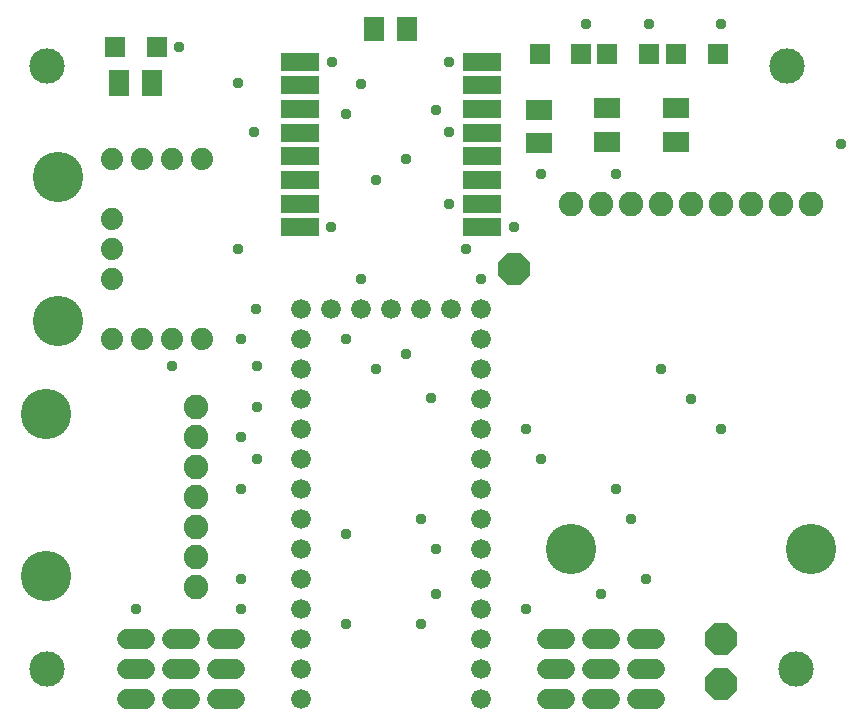
<source format=gbr>
G04 EAGLE Gerber RS-274X export*
G75*
%MOMM*%
%FSLAX34Y34*%
%LPD*%
%INSoldermask Top*%
%IPPOS*%
%AMOC8*
5,1,8,0,0,1.08239X$1,22.5*%
G01*
%ADD10C,3.003200*%
%ADD11C,1.727200*%
%ADD12R,1.703200X1.703200*%
%ADD13P,2.969212X8X112.500000*%
%ADD14P,2.969212X8X22.500000*%
%ADD15R,1.803200X2.203200*%
%ADD16R,2.203200X1.803200*%
%ADD17C,1.676400*%
%ADD18C,4.267200*%
%ADD19C,2.082800*%
%ADD20C,1.879600*%
%ADD21R,3.203200X1.603200*%
%ADD22R,1.803200X2.003200*%
%ADD23C,0.959600*%


D10*
X52070Y562102D03*
X685800Y50800D03*
X678180Y562102D03*
X52070Y50800D03*
D11*
X474980Y76200D02*
X490220Y76200D01*
X490220Y50800D02*
X474980Y50800D01*
X474980Y25400D02*
X490220Y25400D01*
X513080Y76200D02*
X528320Y76200D01*
X528320Y50800D02*
X513080Y50800D01*
X513080Y25400D02*
X528320Y25400D01*
X134620Y76200D02*
X119380Y76200D01*
X119380Y50800D02*
X134620Y50800D01*
X134620Y25400D02*
X119380Y25400D01*
D12*
X144500Y577850D03*
X109500Y577850D03*
X503910Y571500D03*
X468910Y571500D03*
X561060Y571500D03*
X526060Y571500D03*
X619480Y571500D03*
X584480Y571500D03*
D13*
X622300Y76200D03*
D14*
X622300Y38100D03*
D15*
X141000Y547370D03*
X113000Y547370D03*
D16*
X468630Y496540D03*
X468630Y524540D03*
X525780Y497810D03*
X525780Y525810D03*
X584200Y497810D03*
X584200Y525810D03*
D17*
X419100Y25400D03*
X419100Y50800D03*
X419100Y76200D03*
X419100Y101600D03*
X419100Y127000D03*
X419100Y152400D03*
X419100Y177800D03*
X419100Y203200D03*
X419100Y228600D03*
X419100Y254000D03*
X419100Y279400D03*
X419100Y304800D03*
X419100Y330200D03*
X419100Y355600D03*
X393700Y355600D03*
X368300Y355600D03*
X342900Y355600D03*
X317500Y355600D03*
X292100Y355600D03*
X266700Y355600D03*
X266700Y330200D03*
X266700Y304800D03*
X266700Y279400D03*
X266700Y254000D03*
X266700Y228600D03*
X266700Y203200D03*
X266700Y177800D03*
X266700Y152400D03*
X266700Y127000D03*
X266700Y101600D03*
X266700Y76200D03*
X266700Y50800D03*
X266700Y25400D03*
D18*
X50800Y129540D03*
X50800Y266700D03*
D19*
X177800Y120650D03*
X177800Y146050D03*
X177800Y171450D03*
X177800Y196850D03*
X177800Y222250D03*
X177800Y247650D03*
X177800Y273050D03*
D18*
X698500Y152400D03*
X495300Y152400D03*
D19*
X698500Y444500D03*
X673100Y444500D03*
X647700Y444500D03*
X622300Y444500D03*
X596900Y444500D03*
X571500Y444500D03*
X546100Y444500D03*
X520700Y444500D03*
X495300Y444500D03*
D18*
X60960Y467360D03*
X60960Y345440D03*
D20*
X106680Y482600D03*
X132080Y482600D03*
X157480Y482600D03*
X182880Y482600D03*
X182880Y330200D03*
X157480Y330200D03*
X132080Y330200D03*
X106680Y330200D03*
X106680Y431800D03*
X106680Y406400D03*
X106680Y381000D03*
D21*
X265900Y565300D03*
X265900Y545300D03*
X265900Y525300D03*
X265900Y505300D03*
X265900Y485300D03*
X265900Y465300D03*
X265900Y445300D03*
X265900Y425300D03*
X419900Y425300D03*
X419900Y445300D03*
X419900Y465300D03*
X419900Y485300D03*
X419900Y505300D03*
X419900Y525300D03*
X419900Y545300D03*
X419900Y565300D03*
D14*
X447040Y389890D03*
D22*
X356900Y593090D03*
X328900Y593090D03*
D11*
X172720Y76200D02*
X157480Y76200D01*
X157480Y50800D02*
X172720Y50800D01*
X172720Y25400D02*
X157480Y25400D01*
X551180Y76200D02*
X566420Y76200D01*
X566420Y50800D02*
X551180Y50800D01*
X551180Y25400D02*
X566420Y25400D01*
X210820Y76200D02*
X195580Y76200D01*
X195580Y50800D02*
X210820Y50800D01*
X210820Y25400D02*
X195580Y25400D01*
D23*
X293370Y565150D03*
X292100Y425450D03*
X392430Y444500D03*
X163830Y577850D03*
X508000Y596900D03*
X561340Y596900D03*
X622300Y596900D03*
X392430Y565150D03*
X392430Y505460D03*
X215900Y247650D03*
X215900Y203200D03*
X215900Y330200D03*
X229870Y273050D03*
X229870Y228600D03*
X157480Y307340D03*
X229870Y307340D03*
X447040Y425450D03*
X419100Y381000D03*
X317500Y381000D03*
X317500Y546100D03*
X228600Y355600D03*
X227330Y505460D03*
X304800Y330200D03*
X304800Y520700D03*
X355600Y482600D03*
X355600Y317500D03*
X330200Y464820D03*
X330200Y304800D03*
X368300Y88900D03*
X368300Y177800D03*
X520700Y114300D03*
X381000Y114300D03*
X381000Y152400D03*
X215900Y127000D03*
X215900Y101600D03*
X127000Y101600D03*
X213360Y547370D03*
X213360Y406400D03*
X406400Y406400D03*
X469900Y228600D03*
X469900Y469900D03*
X533400Y469900D03*
X533400Y203200D03*
X546100Y177800D03*
X723900Y495300D03*
X596900Y279400D03*
X571500Y304800D03*
X622300Y254000D03*
X457200Y254000D03*
X457200Y101600D03*
X377190Y280670D03*
X381000Y524510D03*
X558800Y127000D03*
X304800Y165100D03*
X304800Y88900D03*
M02*

</source>
